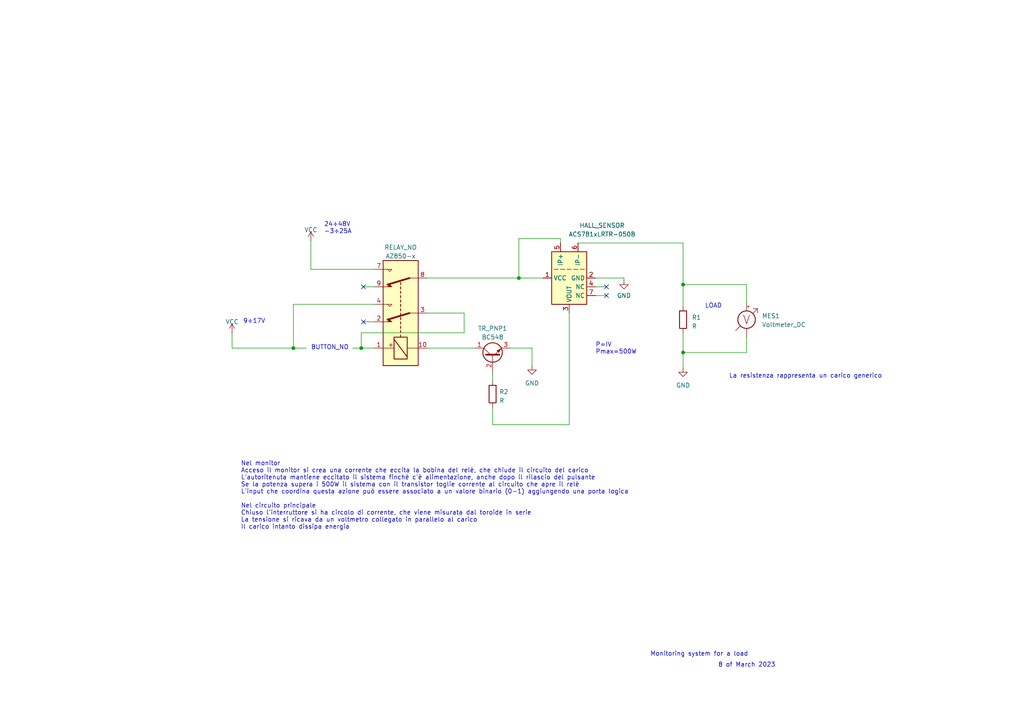
<source format=kicad_sch>
(kicad_sch (version 20230121) (generator eeschema)

  (uuid f4cfec76-d397-47bd-add6-821f88c09002)

  (paper "A4")

  (lib_symbols
    (symbol "Device:R" (pin_numbers hide) (pin_names (offset 0)) (in_bom yes) (on_board yes)
      (property "Reference" "R" (at 2.032 0 90)
        (effects (font (size 1.27 1.27)))
      )
      (property "Value" "R" (at 0 0 90)
        (effects (font (size 1.27 1.27)))
      )
      (property "Footprint" "" (at -1.778 0 90)
        (effects (font (size 1.27 1.27)) hide)
      )
      (property "Datasheet" "~" (at 0 0 0)
        (effects (font (size 1.27 1.27)) hide)
      )
      (property "ki_keywords" "R res resistor" (at 0 0 0)
        (effects (font (size 1.27 1.27)) hide)
      )
      (property "ki_description" "Resistor" (at 0 0 0)
        (effects (font (size 1.27 1.27)) hide)
      )
      (property "ki_fp_filters" "R_*" (at 0 0 0)
        (effects (font (size 1.27 1.27)) hide)
      )
      (symbol "R_0_1"
        (rectangle (start -1.016 -2.54) (end 1.016 2.54)
          (stroke (width 0.254) (type default))
          (fill (type none))
        )
      )
      (symbol "R_1_1"
        (pin passive line (at 0 3.81 270) (length 1.27)
          (name "~" (effects (font (size 1.27 1.27))))
          (number "1" (effects (font (size 1.27 1.27))))
        )
        (pin passive line (at 0 -3.81 90) (length 1.27)
          (name "~" (effects (font (size 1.27 1.27))))
          (number "2" (effects (font (size 1.27 1.27))))
        )
      )
    )
    (symbol "Device:Voltmeter_DC" (pin_numbers hide) (pin_names (offset 0.0254) hide) (in_bom yes) (on_board yes)
      (property "Reference" "MES" (at -3.302 1.016 0)
        (effects (font (size 1.27 1.27)) (justify right))
      )
      (property "Value" "Voltmeter_DC" (at -3.302 -0.762 0)
        (effects (font (size 1.27 1.27)) (justify right))
      )
      (property "Footprint" "" (at 0 2.54 90)
        (effects (font (size 1.27 1.27)) hide)
      )
      (property "Datasheet" "~" (at 0 2.54 90)
        (effects (font (size 1.27 1.27)) hide)
      )
      (property "ki_keywords" "voltmeter DC" (at 0 0 0)
        (effects (font (size 1.27 1.27)) hide)
      )
      (property "ki_description" "DC voltmeter" (at 0 0 0)
        (effects (font (size 1.27 1.27)) hide)
      )
      (symbol "Voltmeter_DC_0_0"
        (polyline
          (pts
            (xy -3.175 -3.175)
            (xy -1.905 -1.905)
          )
          (stroke (width 0) (type default))
          (fill (type none))
        )
        (polyline
          (pts
            (xy 1.905 1.905)
            (xy 3.175 3.175)
          )
          (stroke (width 0) (type default))
          (fill (type none))
        )
        (polyline
          (pts
            (xy 1.905 3.175)
            (xy 3.175 3.175)
            (xy 3.175 1.905)
          )
          (stroke (width 0) (type default))
          (fill (type none))
        )
        (text "V" (at 0 0 0)
          (effects (font (size 2.54 2.54)))
        )
      )
      (symbol "Voltmeter_DC_0_1"
        (polyline
          (pts
            (xy 0.254 3.81)
            (xy 0.762 3.81)
          )
          (stroke (width 0) (type default))
          (fill (type none))
        )
        (polyline
          (pts
            (xy 0.508 4.064)
            (xy 0.508 3.556)
          )
          (stroke (width 0) (type default))
          (fill (type none))
        )
        (circle (center 0 0) (radius 2.54)
          (stroke (width 0.254) (type default))
          (fill (type none))
        )
      )
      (symbol "Voltmeter_DC_1_1"
        (pin passive line (at 0 -5.08 90) (length 2.54)
          (name "-" (effects (font (size 1.27 1.27))))
          (number "1" (effects (font (size 1.27 1.27))))
        )
        (pin passive line (at 0 5.08 270) (length 2.54)
          (name "+" (effects (font (size 1.27 1.27))))
          (number "2" (effects (font (size 1.27 1.27))))
        )
      )
    )
    (symbol "Relay:AZ850-x" (in_bom yes) (on_board yes)
      (property "Reference" "K" (at 16.51 3.81 0)
        (effects (font (size 1.27 1.27)) (justify left))
      )
      (property "Value" "AZ850-x" (at 16.51 1.27 0)
        (effects (font (size 1.27 1.27)) (justify left))
      )
      (property "Footprint" "Relay_THT:Relay_DPDT_FRT5" (at 13.97 1.27 0)
        (effects (font (size 1.27 1.27)) hide)
      )
      (property "Datasheet" "http://www.azettler.com/pdfs/az850.pdf" (at 0 0 0)
        (effects (font (size 1.27 1.27)) hide)
      )
      (property "ki_keywords" "Miniature Polarised Relay Dual Pole" (at 0 0 0)
        (effects (font (size 1.27 1.27)) hide)
      )
      (property "ki_description" "American Zettler, Microminiature Polarised Dual Pole Relay" (at 0 0 0)
        (effects (font (size 1.27 1.27)) hide)
      )
      (property "ki_fp_filters" "Relay*DPDT*FRT5*" (at 0 0 0)
        (effects (font (size 1.27 1.27)) hide)
      )
      (symbol "AZ850-x_0_0"
        (text "+" (at -9.271 2.921 0)
          (effects (font (size 1.27 1.27)))
        )
      )
      (symbol "AZ850-x_0_1"
        (rectangle (start -15.24 5.08) (end 15.24 -5.08)
          (stroke (width 0.254) (type default))
          (fill (type background))
        )
        (rectangle (start -13.335 1.905) (end -6.985 -1.905)
          (stroke (width 0.254) (type default))
          (fill (type none))
        )
        (polyline
          (pts
            (xy -12.7 -1.905)
            (xy -7.62 1.905)
          )
          (stroke (width 0.254) (type default))
          (fill (type none))
        )
        (polyline
          (pts
            (xy -10.16 -5.08)
            (xy -10.16 -1.905)
          )
          (stroke (width 0) (type default))
          (fill (type none))
        )
        (polyline
          (pts
            (xy -10.16 5.08)
            (xy -10.16 1.905)
          )
          (stroke (width 0) (type default))
          (fill (type none))
        )
        (polyline
          (pts
            (xy -6.985 0)
            (xy -6.35 0)
          )
          (stroke (width 0.254) (type default))
          (fill (type none))
        )
        (polyline
          (pts
            (xy -5.715 0)
            (xy -5.08 0)
          )
          (stroke (width 0.254) (type default))
          (fill (type none))
        )
        (polyline
          (pts
            (xy -4.445 0)
            (xy -3.81 0)
          )
          (stroke (width 0.254) (type default))
          (fill (type none))
        )
        (polyline
          (pts
            (xy -3.175 0)
            (xy -2.54 0)
          )
          (stroke (width 0.254) (type default))
          (fill (type none))
        )
        (polyline
          (pts
            (xy -1.905 0)
            (xy -1.27 0)
          )
          (stroke (width 0.254) (type default))
          (fill (type none))
        )
        (polyline
          (pts
            (xy -0.635 0)
            (xy 0 0)
          )
          (stroke (width 0.254) (type default))
          (fill (type none))
        )
        (polyline
          (pts
            (xy 0 -2.54)
            (xy -1.905 3.81)
          )
          (stroke (width 0.508) (type default))
          (fill (type none))
        )
        (polyline
          (pts
            (xy 0 -2.54)
            (xy 0 -5.08)
          )
          (stroke (width 0) (type default))
          (fill (type none))
        )
        (polyline
          (pts
            (xy 0.635 0)
            (xy 1.27 0)
          )
          (stroke (width 0.254) (type default))
          (fill (type none))
        )
        (polyline
          (pts
            (xy 1.905 0)
            (xy 2.54 0)
          )
          (stroke (width 0.254) (type default))
          (fill (type none))
        )
        (polyline
          (pts
            (xy 3.175 0)
            (xy 3.81 0)
          )
          (stroke (width 0.254) (type default))
          (fill (type none))
        )
        (polyline
          (pts
            (xy 4.445 0)
            (xy 5.08 0)
          )
          (stroke (width 0.254) (type default))
          (fill (type none))
        )
        (polyline
          (pts
            (xy 5.715 0)
            (xy 6.35 0)
          )
          (stroke (width 0.254) (type default))
          (fill (type none))
        )
        (polyline
          (pts
            (xy 6.985 0)
            (xy 7.62 0)
          )
          (stroke (width 0.254) (type default))
          (fill (type none))
        )
        (polyline
          (pts
            (xy 8.255 0)
            (xy 8.89 0)
          )
          (stroke (width 0.254) (type default))
          (fill (type none))
        )
        (polyline
          (pts
            (xy 10.16 -2.54)
            (xy 8.255 3.81)
          )
          (stroke (width 0.508) (type default))
          (fill (type none))
        )
        (polyline
          (pts
            (xy 10.16 -2.54)
            (xy 10.16 -5.08)
          )
          (stroke (width 0) (type default))
          (fill (type none))
        )
        (polyline
          (pts
            (xy -2.54 5.08)
            (xy -2.54 2.54)
            (xy -1.905 3.175)
            (xy -2.54 3.81)
          )
          (stroke (width 0) (type default))
          (fill (type outline))
        )
        (polyline
          (pts
            (xy 2.54 5.08)
            (xy 2.54 2.54)
            (xy 1.905 3.175)
            (xy 2.54 3.81)
          )
          (stroke (width 0) (type default))
          (fill (type none))
        )
        (polyline
          (pts
            (xy 7.62 5.08)
            (xy 7.62 2.54)
            (xy 8.255 3.175)
            (xy 7.62 3.81)
          )
          (stroke (width 0) (type default))
          (fill (type outline))
        )
        (polyline
          (pts
            (xy 12.7 5.08)
            (xy 12.7 2.54)
            (xy 12.065 3.175)
            (xy 12.7 3.81)
          )
          (stroke (width 0) (type default))
          (fill (type none))
        )
      )
      (symbol "AZ850-x_1_1"
        (pin passive line (at -10.16 7.62 270) (length 2.54)
          (name "~" (effects (font (size 1.27 1.27))))
          (number "1" (effects (font (size 1.27 1.27))))
        )
        (pin passive line (at -10.16 -7.62 90) (length 2.54)
          (name "~" (effects (font (size 1.27 1.27))))
          (number "10" (effects (font (size 1.27 1.27))))
        )
        (pin passive line (at -2.54 7.62 270) (length 2.54)
          (name "~" (effects (font (size 1.27 1.27))))
          (number "2" (effects (font (size 1.27 1.27))))
        )
        (pin passive line (at 0 -7.62 90) (length 2.54)
          (name "~" (effects (font (size 1.27 1.27))))
          (number "3" (effects (font (size 1.27 1.27))))
        )
        (pin passive line (at 2.54 7.62 270) (length 2.54)
          (name "~" (effects (font (size 1.27 1.27))))
          (number "4" (effects (font (size 1.27 1.27))))
        )
        (pin passive line (at 12.7 7.62 270) (length 2.54)
          (name "~" (effects (font (size 1.27 1.27))))
          (number "7" (effects (font (size 1.27 1.27))))
        )
        (pin passive line (at 10.16 -7.62 90) (length 2.54)
          (name "~" (effects (font (size 1.27 1.27))))
          (number "8" (effects (font (size 1.27 1.27))))
        )
        (pin passive line (at 7.62 7.62 270) (length 2.54)
          (name "~" (effects (font (size 1.27 1.27))))
          (number "9" (effects (font (size 1.27 1.27))))
        )
      )
    )
    (symbol "Sensor_Current:ACS781xLRTR-050B" (in_bom yes) (on_board yes)
      (property "Reference" "U" (at -7.62 6.35 0)
        (effects (font (size 1.27 1.27)) (justify left))
      )
      (property "Value" "ACS781xLRTR-050B" (at 2.54 6.35 0)
        (effects (font (size 1.27 1.27)) (justify left))
      )
      (property "Footprint" "Sensor_Current:Allegro_PSOF-7_4.8x6.4mm_P1.60mm" (at 0 0 0)
        (effects (font (size 1.27 1.27)) hide)
      )
      (property "Datasheet" "http://www.allegromicro.com/~/media/Files/Datasheets/ACS780-Datasheet.ashx?la=en" (at 0 0 0)
        (effects (font (size 1.27 1.27)) hide)
      )
      (property "ki_keywords" "hall effect current monitor sensor isolated" (at 0 0 0)
        (effects (font (size 1.27 1.27)) hide)
      )
      (property "ki_description" "±50A Bidirectional Hall-Effect Current Sensor, +3.3V supply, 26.4mV/A, PSOF-7" (at 0 0 0)
        (effects (font (size 1.27 1.27)) hide)
      )
      (property "ki_fp_filters" "Allegro*PSOF*4.8x6.4mm*P1.60mm*" (at 0 0 0)
        (effects (font (size 1.27 1.27)) hide)
      )
      (symbol "ACS781xLRTR-050B_0_1"
        (rectangle (start -7.62 5.08) (end 7.62 -5.08)
          (stroke (width 0.254) (type default))
          (fill (type background))
        )
        (polyline
          (pts
            (xy -2.54 -3.175)
            (xy -2.54 -4.445)
          )
          (stroke (width 0) (type default))
          (fill (type none))
        )
        (polyline
          (pts
            (xy -2.54 -1.27)
            (xy -2.54 -2.54)
          )
          (stroke (width 0) (type default))
          (fill (type none))
        )
        (polyline
          (pts
            (xy -2.54 0.635)
            (xy -2.54 -0.635)
          )
          (stroke (width 0) (type default))
          (fill (type none))
        )
        (polyline
          (pts
            (xy -2.54 1.27)
            (xy -2.54 2.54)
          )
          (stroke (width 0) (type default))
          (fill (type none))
        )
        (polyline
          (pts
            (xy -2.54 3.175)
            (xy -2.54 4.445)
          )
          (stroke (width 0) (type default))
          (fill (type none))
        )
      )
      (symbol "ACS781xLRTR-050B_1_1"
        (pin power_in line (at 0 7.62 270) (length 2.54)
          (name "VCC" (effects (font (size 1.27 1.27))))
          (number "1" (effects (font (size 1.27 1.27))))
        )
        (pin power_in line (at 0 -7.62 90) (length 2.54)
          (name "GND" (effects (font (size 1.27 1.27))))
          (number "2" (effects (font (size 1.27 1.27))))
        )
        (pin output line (at 10.16 0 180) (length 2.54)
          (name "VOUT" (effects (font (size 1.27 1.27))))
          (number "3" (effects (font (size 1.27 1.27))))
        )
        (pin passive line (at 2.54 -7.62 90) (length 2.54)
          (name "NC" (effects (font (size 1.27 1.27))))
          (number "4" (effects (font (size 1.27 1.27))))
        )
        (pin passive line (at -10.16 2.54 0) (length 2.54)
          (name "IP+" (effects (font (size 1.27 1.27))))
          (number "5" (effects (font (size 1.27 1.27))))
        )
        (pin passive line (at -10.16 -2.54 0) (length 2.54)
          (name "IP-" (effects (font (size 1.27 1.27))))
          (number "6" (effects (font (size 1.27 1.27))))
        )
        (pin passive line (at 5.08 -7.62 90) (length 2.54)
          (name "NC" (effects (font (size 1.27 1.27))))
          (number "7" (effects (font (size 1.27 1.27))))
        )
      )
    )
    (symbol "Transistor_BJT:BC548" (pin_names (offset 0) hide) (in_bom yes) (on_board yes)
      (property "Reference" "Q" (at 5.08 1.905 0)
        (effects (font (size 1.27 1.27)) (justify left))
      )
      (property "Value" "BC548" (at 5.08 0 0)
        (effects (font (size 1.27 1.27)) (justify left))
      )
      (property "Footprint" "Package_TO_SOT_THT:TO-92_Inline" (at 5.08 -1.905 0)
        (effects (font (size 1.27 1.27) italic) (justify left) hide)
      )
      (property "Datasheet" "https://www.onsemi.com/pub/Collateral/BC550-D.pdf" (at 0 0 0)
        (effects (font (size 1.27 1.27)) (justify left) hide)
      )
      (property "ki_keywords" "NPN Transistor" (at 0 0 0)
        (effects (font (size 1.27 1.27)) hide)
      )
      (property "ki_description" "0.1A Ic, 30V Vce, Small Signal NPN Transistor, TO-92" (at 0 0 0)
        (effects (font (size 1.27 1.27)) hide)
      )
      (property "ki_fp_filters" "TO?92*" (at 0 0 0)
        (effects (font (size 1.27 1.27)) hide)
      )
      (symbol "BC548_0_1"
        (polyline
          (pts
            (xy 0 0)
            (xy 0.635 0)
          )
          (stroke (width 0) (type default))
          (fill (type none))
        )
        (polyline
          (pts
            (xy 0.635 0.635)
            (xy 2.54 2.54)
          )
          (stroke (width 0) (type default))
          (fill (type none))
        )
        (polyline
          (pts
            (xy 0.635 -0.635)
            (xy 2.54 -2.54)
            (xy 2.54 -2.54)
          )
          (stroke (width 0) (type default))
          (fill (type none))
        )
        (polyline
          (pts
            (xy 0.635 1.905)
            (xy 0.635 -1.905)
            (xy 0.635 -1.905)
          )
          (stroke (width 0.508) (type default))
          (fill (type none))
        )
        (polyline
          (pts
            (xy 1.27 -1.778)
            (xy 1.778 -1.27)
            (xy 2.286 -2.286)
            (xy 1.27 -1.778)
            (xy 1.27 -1.778)
          )
          (stroke (width 0) (type default))
          (fill (type outline))
        )
        (circle (center 1.27 0) (radius 2.8194)
          (stroke (width 0.254) (type default))
          (fill (type none))
        )
      )
      (symbol "BC548_1_1"
        (pin passive line (at 2.54 5.08 270) (length 2.54)
          (name "C" (effects (font (size 1.27 1.27))))
          (number "1" (effects (font (size 1.27 1.27))))
        )
        (pin input line (at -5.08 0 0) (length 5.08)
          (name "B" (effects (font (size 1.27 1.27))))
          (number "2" (effects (font (size 1.27 1.27))))
        )
        (pin passive line (at 2.54 -5.08 90) (length 2.54)
          (name "E" (effects (font (size 1.27 1.27))))
          (number "3" (effects (font (size 1.27 1.27))))
        )
      )
    )
    (symbol "power:GND" (power) (pin_names (offset 0)) (in_bom yes) (on_board yes)
      (property "Reference" "#PWR" (at 0 -6.35 0)
        (effects (font (size 1.27 1.27)) hide)
      )
      (property "Value" "GND" (at 0 -3.81 0)
        (effects (font (size 1.27 1.27)))
      )
      (property "Footprint" "" (at 0 0 0)
        (effects (font (size 1.27 1.27)) hide)
      )
      (property "Datasheet" "" (at 0 0 0)
        (effects (font (size 1.27 1.27)) hide)
      )
      (property "ki_keywords" "global power" (at 0 0 0)
        (effects (font (size 1.27 1.27)) hide)
      )
      (property "ki_description" "Power symbol creates a global label with name \"GND\" , ground" (at 0 0 0)
        (effects (font (size 1.27 1.27)) hide)
      )
      (symbol "GND_0_1"
        (polyline
          (pts
            (xy 0 0)
            (xy 0 -1.27)
            (xy 1.27 -1.27)
            (xy 0 -2.54)
            (xy -1.27 -1.27)
            (xy 0 -1.27)
          )
          (stroke (width 0) (type default))
          (fill (type none))
        )
      )
      (symbol "GND_1_1"
        (pin power_in line (at 0 0 270) (length 0) hide
          (name "GND" (effects (font (size 1.27 1.27))))
          (number "1" (effects (font (size 1.27 1.27))))
        )
      )
    )
    (symbol "power:VCC" (power) (pin_names (offset 0)) (in_bom yes) (on_board yes)
      (property "Reference" "#PWR" (at 0 -3.81 0)
        (effects (font (size 1.27 1.27)) hide)
      )
      (property "Value" "VCC" (at 0 3.81 0)
        (effects (font (size 1.27 1.27)))
      )
      (property "Footprint" "" (at 0 0 0)
        (effects (font (size 1.27 1.27)) hide)
      )
      (property "Datasheet" "" (at 0 0 0)
        (effects (font (size 1.27 1.27)) hide)
      )
      (property "ki_keywords" "global power" (at 0 0 0)
        (effects (font (size 1.27 1.27)) hide)
      )
      (property "ki_description" "Power symbol creates a global label with name \"VCC\"" (at 0 0 0)
        (effects (font (size 1.27 1.27)) hide)
      )
      (symbol "VCC_0_1"
        (polyline
          (pts
            (xy -0.762 1.27)
            (xy 0 2.54)
          )
          (stroke (width 0) (type default))
          (fill (type none))
        )
        (polyline
          (pts
            (xy 0 0)
            (xy 0 2.54)
          )
          (stroke (width 0) (type default))
          (fill (type none))
        )
        (polyline
          (pts
            (xy 0 2.54)
            (xy 0.762 1.27)
          )
          (stroke (width 0) (type default))
          (fill (type none))
        )
      )
      (symbol "VCC_1_1"
        (pin power_in line (at 0 0 90) (length 0) hide
          (name "VCC" (effects (font (size 1.27 1.27))))
          (number "1" (effects (font (size 1.27 1.27))))
        )
      )
    )
  )

  (junction (at 104.775 100.965) (diameter 0) (color 0 0 0 0)
    (uuid 3f9b0cb1-4698-4568-b18c-eb9c0309ff8e)
  )
  (junction (at 198.12 82.55) (diameter 0) (color 0 0 0 0)
    (uuid 637ad507-3f0d-45de-97f8-feab804b0f50)
  )
  (junction (at 85.09 100.965) (diameter 0) (color 0 0 0 0)
    (uuid 89b62592-874a-4196-8cab-a90bf852062c)
  )
  (junction (at 150.495 80.645) (diameter 0) (color 0 0 0 0)
    (uuid ca3ec0b9-928d-476c-8528-f701728eb7bf)
  )
  (junction (at 198.12 102.235) (diameter 0) (color 0 0 0 0)
    (uuid dd5cb674-20be-47e6-b3bd-5050af2b76ef)
  )

  (no_connect (at 105.41 83.185) (uuid 4fcc3721-8fb9-47c8-a777-c3431750238f))
  (no_connect (at 175.895 85.725) (uuid 59744c14-8bb8-4378-bd34-29c0f856c492))
  (no_connect (at 175.895 83.185) (uuid 78244a9b-bfc8-4159-b4e4-f057b5cfea8a))
  (no_connect (at 105.41 93.345) (uuid dbc57ff5-8db6-46e0-a1fe-fa1543ee1c88))

  (wire (pts (xy 150.495 69.215) (xy 162.56 69.215))
    (stroke (width 0) (type default))
    (uuid 0573503c-3834-4a24-9a79-4d29150a8e3d)
  )
  (wire (pts (xy 90.17 78.105) (xy 108.585 78.105))
    (stroke (width 0) (type default))
    (uuid 0d0a5c41-7970-434d-8d86-24ac21084c24)
  )
  (wire (pts (xy 104.775 100.965) (xy 108.585 100.965))
    (stroke (width 0) (type default))
    (uuid 16fddf3d-31e1-4917-9053-8c526495bc92)
  )
  (wire (pts (xy 167.64 70.485) (xy 198.12 70.485))
    (stroke (width 0) (type default))
    (uuid 17043857-5f65-446d-be64-503a6e3d5e15)
  )
  (wire (pts (xy 67.31 96.52) (xy 67.31 100.965))
    (stroke (width 0) (type default))
    (uuid 29db05bb-ac0b-4c81-b5fa-72f64a69ce8f)
  )
  (wire (pts (xy 154.305 100.965) (xy 154.305 106.045))
    (stroke (width 0) (type default))
    (uuid 2c7e37fd-e77c-445a-b97b-c3ae33b19ea9)
  )
  (wire (pts (xy 150.495 69.215) (xy 150.495 80.645))
    (stroke (width 0) (type default))
    (uuid 303258c9-f7c5-41d3-829b-aba2e8bfcbd6)
  )
  (wire (pts (xy 123.825 100.965) (xy 137.795 100.965))
    (stroke (width 0) (type default))
    (uuid 31e9d092-e8c2-4b92-a771-58b4ec5dfedf)
  )
  (wire (pts (xy 198.12 82.55) (xy 198.12 88.9))
    (stroke (width 0) (type default))
    (uuid 37eac715-9c0b-4c46-99a0-f5ad41a838f1)
  )
  (wire (pts (xy 123.825 80.645) (xy 150.495 80.645))
    (stroke (width 0) (type default))
    (uuid 3994b2fe-791e-4628-adb6-304093299327)
  )
  (wire (pts (xy 142.875 108.585) (xy 142.875 110.49))
    (stroke (width 0) (type default))
    (uuid 399ed46c-ef7d-43ad-ad98-59ce49bac655)
  )
  (wire (pts (xy 198.12 96.52) (xy 198.12 102.235))
    (stroke (width 0) (type default))
    (uuid 3b30206b-e171-4fc2-b3a6-4ee9e5ae317c)
  )
  (wire (pts (xy 165.1 123.19) (xy 142.875 123.19))
    (stroke (width 0) (type default))
    (uuid 3fdf5f38-9c2f-4e93-9359-df3cdb014401)
  )
  (wire (pts (xy 172.72 83.185) (xy 175.895 83.185))
    (stroke (width 0) (type default))
    (uuid 4c37841a-9eda-49a8-855c-ee46d2a031f8)
  )
  (wire (pts (xy 165.1 90.805) (xy 165.1 123.19))
    (stroke (width 0) (type default))
    (uuid 550afa70-1526-4391-ab26-a94f78399dff)
  )
  (wire (pts (xy 123.825 90.805) (xy 134.62 90.805))
    (stroke (width 0) (type default))
    (uuid 5be644c2-e23a-4958-9b4c-bbe16755fa00)
  )
  (wire (pts (xy 157.48 80.645) (xy 150.495 80.645))
    (stroke (width 0) (type default))
    (uuid 5d415eda-afce-42c7-8b8c-ac2a31a6b3bd)
  )
  (wire (pts (xy 67.31 100.965) (xy 85.09 100.965))
    (stroke (width 0) (type default))
    (uuid 5eb2f67d-2983-4c0d-bc23-81f1af6c8081)
  )
  (wire (pts (xy 142.875 118.11) (xy 142.875 123.19))
    (stroke (width 0) (type default))
    (uuid 636140ff-baef-4b5f-aac7-5f49a7d96e4c)
  )
  (wire (pts (xy 105.41 93.345) (xy 108.585 93.345))
    (stroke (width 0) (type default))
    (uuid 653ffd3b-ce83-45c8-9c37-3cad938328f4)
  )
  (wire (pts (xy 102.235 100.965) (xy 104.775 100.965))
    (stroke (width 0) (type default))
    (uuid 692c3214-f21e-405e-8d3f-bc4b6ae6b366)
  )
  (wire (pts (xy 216.535 97.79) (xy 216.535 102.235))
    (stroke (width 0) (type default))
    (uuid 69869272-7c8e-49f2-9aec-302a22e519c5)
  )
  (wire (pts (xy 134.62 96.52) (xy 104.775 96.52))
    (stroke (width 0) (type default))
    (uuid 729a40fa-f771-472e-973a-df6e49ef45a5)
  )
  (wire (pts (xy 198.12 70.485) (xy 198.12 82.55))
    (stroke (width 0) (type default))
    (uuid 74e5db30-99e0-44f4-b1f0-959fa6f68c83)
  )
  (wire (pts (xy 90.17 69.85) (xy 90.17 78.105))
    (stroke (width 0) (type default))
    (uuid 8420a9fd-b914-4b24-93ce-d515f3c43e59)
  )
  (wire (pts (xy 172.72 85.725) (xy 175.895 85.725))
    (stroke (width 0) (type default))
    (uuid 97cbbbd5-f750-4162-9473-4c27fac98e14)
  )
  (wire (pts (xy 180.975 80.645) (xy 172.72 80.645))
    (stroke (width 0) (type default))
    (uuid a5eadc3c-1852-4bf7-b127-bbacb105d922)
  )
  (wire (pts (xy 180.975 81.28) (xy 180.975 80.645))
    (stroke (width 0) (type default))
    (uuid a8ed9883-eb49-4758-a652-698813609755)
  )
  (wire (pts (xy 104.775 96.52) (xy 104.775 100.965))
    (stroke (width 0) (type default))
    (uuid ad85b45b-a4a0-441f-a430-d2199168f673)
  )
  (wire (pts (xy 134.62 90.805) (xy 134.62 96.52))
    (stroke (width 0) (type default))
    (uuid c2edef88-121f-4228-827b-c9e6aab9a93e)
  )
  (wire (pts (xy 85.09 100.965) (xy 88.9 100.965))
    (stroke (width 0) (type default))
    (uuid c7896253-5925-4894-813f-c9f1a81cd471)
  )
  (wire (pts (xy 147.955 100.965) (xy 154.305 100.965))
    (stroke (width 0) (type default))
    (uuid cff0fa6a-10cd-4e0e-aea5-4e5e3746e55f)
  )
  (wire (pts (xy 216.535 82.55) (xy 216.535 87.63))
    (stroke (width 0) (type default))
    (uuid d259add4-c546-42d3-8e74-44967d9a4177)
  )
  (wire (pts (xy 162.56 69.215) (xy 162.56 70.485))
    (stroke (width 0) (type default))
    (uuid d3a75dc7-59f2-4400-aa41-ef6672995fb1)
  )
  (wire (pts (xy 108.585 83.185) (xy 105.41 83.185))
    (stroke (width 0) (type default))
    (uuid d6a849a3-9931-425e-a5fe-33372b152a1e)
  )
  (wire (pts (xy 198.12 102.235) (xy 198.12 106.68))
    (stroke (width 0) (type default))
    (uuid ddd65b4c-66f8-4c40-94a8-1e19ee6b95f3)
  )
  (wire (pts (xy 216.535 102.235) (xy 198.12 102.235))
    (stroke (width 0) (type default))
    (uuid e8cf1897-0afa-41fe-a269-3b99eb79e9e5)
  )
  (wire (pts (xy 198.12 82.55) (xy 216.535 82.55))
    (stroke (width 0) (type default))
    (uuid e90bc381-8b8a-4ccd-98b9-6f44ce2ba0c0)
  )
  (wire (pts (xy 85.09 88.265) (xy 108.585 88.265))
    (stroke (width 0) (type default))
    (uuid f9497641-211e-4f12-92d0-6f69c3e2c453)
  )
  (wire (pts (xy 85.09 88.265) (xy 85.09 100.965))
    (stroke (width 0) (type default))
    (uuid fa9fa218-521c-401e-b13d-6a3727596b4a)
  )

  (text "LOAD" (at 204.47 89.535 0)
    (effects (font (size 1.27 1.27)) (justify left bottom))
    (uuid 02d39dfc-a691-4709-b6e3-a689dfd9d066)
  )
  (text "24÷48V\n-3÷25A" (at 93.98 67.945 0)
    (effects (font (size 1.27 1.27)) (justify left bottom))
    (uuid 2d8548f0-b133-4cf4-8e2c-db9ddb7ceb4f)
  )
  (text "Nel monitor\nAcceso il monitor si crea una corrente che eccita la bobina del relè, che chiude il circuito del carico\nL'autoritenuta mantiene eccitato il sistema finchè c'è alimentazione, anche dopo il rilascio del pulsante\nSe la potenza supera i 500W il sistema con il transistor toglie corrente al circuito che apre il relè\nL'input che coordina questa azione può essere associato a un valore binario (0-1) aggiungendo una porta logica\n\nNel circuito principale\nChiuso l'interruttore si ha circolo di corrente, che viene misurata dal toroide in serie\nLa tensione si ricava da un voltmetro collegato in parallelo al carico\nIl carico intanto dissipa energia "
    (at 69.85 153.67 0)
    (effects (font (size 1.27 1.27)) (justify left bottom))
    (uuid 3747ae66-13e0-4096-9295-cdbcb20424a6)
  )
  (text "8 of March 2023" (at 208.28 193.675 0)
    (effects (font (size 1.27 1.27)) (justify left bottom))
    (uuid 4d846a32-4ce7-42b2-8ec8-5a5750bd26aa)
  )
  (text "9÷17V" (at 70.485 93.98 0)
    (effects (font (size 1.27 1.27)) (justify left bottom))
    (uuid b25e7c25-9e0b-4882-a60e-8b4228b37fc2)
  )
  (text "Monitoring system for a load" (at 188.595 190.5 0)
    (effects (font (size 1.27 1.27)) (justify left bottom))
    (uuid cd159adc-7b7d-4fc3-97f8-1a5b53a957ae)
  )
  (text "BUTTON_NO" (at 90.17 101.6 0)
    (effects (font (size 1.27 1.27)) (justify left bottom))
    (uuid fd45e32d-d600-4c19-8bdb-25e8032f1cbc)
  )
  (text "La resistenza rappresenta un carico generico" (at 211.455 109.855 0)
    (effects (font (size 1.27 1.27)) (justify left bottom))
    (uuid ff5a4ba5-414a-487a-a1d6-f21968291ff7)
  )
  (text "P=IV\nPmax=500W" (at 172.72 102.87 0)
    (effects (font (size 1.27 1.27)) (justify left bottom))
    (uuid ff7c24b6-b033-4486-bef5-a3e2cacebed5)
  )

  (symbol (lib_id "power:GND") (at 180.975 81.28 0) (unit 1)
    (in_bom yes) (on_board yes) (dnp no) (fields_autoplaced)
    (uuid 0370d332-544a-4ef4-b545-82d12d7daf31)
    (property "Reference" "#PWR03" (at 180.975 87.63 0)
      (effects (font (size 1.27 1.27)) hide)
    )
    (property "Value" "GND" (at 180.975 85.725 0)
      (effects (font (size 1.27 1.27)))
    )
    (property "Footprint" "" (at 180.975 81.28 0)
      (effects (font (size 1.27 1.27)) hide)
    )
    (property "Datasheet" "" (at 180.975 81.28 0)
      (effects (font (size 1.27 1.27)) hide)
    )
    (pin "1" (uuid c8be7a18-b35c-4885-b9c2-06d2bc54d5aa))
    (instances
      (project "Assignment"
        (path "/f4cfec76-d397-47bd-add6-821f88c09002"
          (reference "#PWR03") (unit 1)
        )
      )
    )
  )

  (symbol (lib_id "power:VCC") (at 67.31 96.52 0) (unit 1)
    (in_bom yes) (on_board yes) (dnp no)
    (uuid 0a1828db-a31c-4560-ae5d-ea5945703e62)
    (property "Reference" "#PWR02" (at 67.31 100.33 0)
      (effects (font (size 1.27 1.27)) hide)
    )
    (property "Value" "VCC" (at 67.31 93.345 0)
      (effects (font (size 1.27 1.27)))
    )
    (property "Footprint" "" (at 67.31 96.52 0)
      (effects (font (size 1.27 1.27)) hide)
    )
    (property "Datasheet" "" (at 67.31 96.52 0)
      (effects (font (size 1.27 1.27)) hide)
    )
    (pin "1" (uuid 1ed018b3-ce9f-4ed1-8564-df4c03b971cc))
    (instances
      (project "Assignment"
        (path "/f4cfec76-d397-47bd-add6-821f88c09002"
          (reference "#PWR02") (unit 1)
        )
      )
    )
  )

  (symbol (lib_id "power:VCC") (at 90.17 69.85 0) (unit 1)
    (in_bom yes) (on_board yes) (dnp no)
    (uuid 12df3652-47a8-4e73-bf3a-08b930483d1e)
    (property "Reference" "#PWR01" (at 90.17 73.66 0)
      (effects (font (size 1.27 1.27)) hide)
    )
    (property "Value" "VCC" (at 90.17 66.675 0)
      (effects (font (size 1.27 1.27)))
    )
    (property "Footprint" "" (at 90.17 69.85 0)
      (effects (font (size 1.27 1.27)) hide)
    )
    (property "Datasheet" "" (at 90.17 69.85 0)
      (effects (font (size 1.27 1.27)) hide)
    )
    (pin "1" (uuid 323b16fd-320f-4322-8d30-06d3eecc7060))
    (instances
      (project "Assignment"
        (path "/f4cfec76-d397-47bd-add6-821f88c09002"
          (reference "#PWR01") (unit 1)
        )
      )
    )
  )

  (symbol (lib_id "Device:R") (at 198.12 92.71 0) (unit 1)
    (in_bom yes) (on_board yes) (dnp no) (fields_autoplaced)
    (uuid 2b16dc6a-1ffc-4307-8d51-d90673637237)
    (property "Reference" "R1" (at 200.66 92.075 0)
      (effects (font (size 1.27 1.27)) (justify left))
    )
    (property "Value" "R" (at 200.66 94.615 0)
      (effects (font (size 1.27 1.27)) (justify left))
    )
    (property "Footprint" "" (at 196.342 92.71 90)
      (effects (font (size 1.27 1.27)) hide)
    )
    (property "Datasheet" "~" (at 198.12 92.71 0)
      (effects (font (size 1.27 1.27)) hide)
    )
    (pin "1" (uuid 2a8a89ea-abf9-4a24-8975-7b2910d48746))
    (pin "2" (uuid 185bce3e-f538-4ae2-99b9-f1e55265138b))
    (instances
      (project "Assignment"
        (path "/f4cfec76-d397-47bd-add6-821f88c09002"
          (reference "R1") (unit 1)
        )
      )
    )
  )

  (symbol (lib_id "Device:Voltmeter_DC") (at 216.535 92.71 0) (unit 1)
    (in_bom yes) (on_board yes) (dnp no) (fields_autoplaced)
    (uuid 2d284563-5ec4-48a1-887c-7ef86875fc0d)
    (property "Reference" "MES1" (at 220.98 91.6305 0)
      (effects (font (size 1.27 1.27)) (justify left))
    )
    (property "Value" "Voltmeter_DC" (at 220.98 94.1705 0)
      (effects (font (size 1.27 1.27)) (justify left))
    )
    (property "Footprint" "" (at 216.535 90.17 90)
      (effects (font (size 1.27 1.27)) hide)
    )
    (property "Datasheet" "~" (at 216.535 90.17 90)
      (effects (font (size 1.27 1.27)) hide)
    )
    (pin "1" (uuid 7c1ab9f0-ba39-420f-b0af-e9c84ccde5d1))
    (pin "2" (uuid 815a274c-cca6-4e2e-9fee-9709355458c9))
    (instances
      (project "Assignment"
        (path "/f4cfec76-d397-47bd-add6-821f88c09002"
          (reference "MES1") (unit 1)
        )
      )
    )
  )

  (symbol (lib_id "Relay:AZ850-x") (at 116.205 90.805 90) (unit 1)
    (in_bom yes) (on_board yes) (dnp no)
    (uuid 569baf87-41c9-46d8-8d26-aa815457e5f0)
    (property "Reference" "RELAY_NO" (at 116.205 71.755 90)
      (effects (font (size 1.27 1.27)))
    )
    (property "Value" "AZ850-x" (at 116.205 74.295 90)
      (effects (font (size 1.27 1.27)))
    )
    (property "Footprint" "Relay_THT:Relay_DPDT_FRT5" (at 114.935 76.835 0)
      (effects (font (size 1.27 1.27)) hide)
    )
    (property "Datasheet" "http://www.azettler.com/pdfs/az850.pdf" (at 116.205 90.805 0)
      (effects (font (size 1.27 1.27)) hide)
    )
    (pin "1" (uuid aedc2b97-bced-47bc-a9cf-6908810991fc))
    (pin "10" (uuid 09db3924-ea12-46f8-92d8-b456a148f7b6))
    (pin "2" (uuid a64ccfc4-5f0b-4da0-b91c-9cb5a61c7187))
    (pin "3" (uuid 8b4ebbf1-29bb-47e3-88f9-fa5375feb288))
    (pin "4" (uuid 9f7ff9a0-aae2-46b8-8b9b-8ae2dcd5f418))
    (pin "7" (uuid 79d98513-94e9-40f1-8bb8-91d17193c3fa))
    (pin "8" (uuid 73a408c9-d8e6-4f9e-b5c0-18a97bb14d3d))
    (pin "9" (uuid 15617e24-fd52-489a-bbba-8bab2e326c28))
    (instances
      (project "Assignment"
        (path "/f4cfec76-d397-47bd-add6-821f88c09002"
          (reference "RELAY_NO") (unit 1)
        )
      )
    )
  )

  (symbol (lib_id "Transistor_BJT:BC548") (at 142.875 103.505 90) (unit 1)
    (in_bom yes) (on_board yes) (dnp no) (fields_autoplaced)
    (uuid 6b1560f7-a044-4f32-a95a-c8de1481691a)
    (property "Reference" "TR_PNP1" (at 142.875 95.25 90)
      (effects (font (size 1.27 1.27)))
    )
    (property "Value" "BC548" (at 142.875 97.79 90)
      (effects (font (size 1.27 1.27)))
    )
    (property "Footprint" "Package_TO_SOT_THT:TO-92_Inline" (at 144.78 98.425 0)
      (effects (font (size 1.27 1.27) italic) (justify left) hide)
    )
    (property "Datasheet" "https://www.onsemi.com/pub/Collateral/BC550-D.pdf" (at 142.875 103.505 0)
      (effects (font (size 1.27 1.27)) (justify left) hide)
    )
    (pin "1" (uuid 2786ddc8-5005-49b3-bb91-c115f8eda3b1))
    (pin "2" (uuid 12834de6-561c-4b92-8a54-fb09cd04d6a6))
    (pin "3" (uuid 0146f9c4-3af4-4360-896e-b65b1dde7cd0))
    (instances
      (project "Assignment"
        (path "/f4cfec76-d397-47bd-add6-821f88c09002"
          (reference "TR_PNP1") (unit 1)
        )
      )
    )
  )

  (symbol (lib_id "power:GND") (at 154.305 106.045 0) (unit 1)
    (in_bom yes) (on_board yes) (dnp no) (fields_autoplaced)
    (uuid 9303a892-8843-496a-8526-9c627aa645da)
    (property "Reference" "#PWR05" (at 154.305 112.395 0)
      (effects (font (size 1.27 1.27)) hide)
    )
    (property "Value" "GND" (at 154.305 111.125 0)
      (effects (font (size 1.27 1.27)))
    )
    (property "Footprint" "" (at 154.305 106.045 0)
      (effects (font (size 1.27 1.27)) hide)
    )
    (property "Datasheet" "" (at 154.305 106.045 0)
      (effects (font (size 1.27 1.27)) hide)
    )
    (pin "1" (uuid a49499f8-a71c-48db-8a27-9f02036e0cb9))
    (instances
      (project "Assignment"
        (path "/f4cfec76-d397-47bd-add6-821f88c09002"
          (reference "#PWR05") (unit 1)
        )
      )
    )
  )

  (symbol (lib_id "power:GND") (at 198.12 106.68 0) (unit 1)
    (in_bom yes) (on_board yes) (dnp no) (fields_autoplaced)
    (uuid b330c929-404e-43e3-9d66-2642861078bd)
    (property "Reference" "#PWR06" (at 198.12 113.03 0)
      (effects (font (size 1.27 1.27)) hide)
    )
    (property "Value" "GND" (at 198.12 111.76 0)
      (effects (font (size 1.27 1.27)))
    )
    (property "Footprint" "" (at 198.12 106.68 0)
      (effects (font (size 1.27 1.27)) hide)
    )
    (property "Datasheet" "" (at 198.12 106.68 0)
      (effects (font (size 1.27 1.27)) hide)
    )
    (pin "1" (uuid 392abc2e-5bd2-416b-be60-c01841316833))
    (instances
      (project "Assignment"
        (path "/f4cfec76-d397-47bd-add6-821f88c09002"
          (reference "#PWR06") (unit 1)
        )
      )
    )
  )

  (symbol (lib_id "Device:R") (at 142.875 114.3 0) (unit 1)
    (in_bom yes) (on_board yes) (dnp no) (fields_autoplaced)
    (uuid d97888c0-13e6-4247-a337-c76f4cfd6dfe)
    (property "Reference" "R2" (at 144.78 113.665 0)
      (effects (font (size 1.27 1.27)) (justify left))
    )
    (property "Value" "R" (at 144.78 116.205 0)
      (effects (font (size 1.27 1.27)) (justify left))
    )
    (property "Footprint" "" (at 141.097 114.3 90)
      (effects (font (size 1.27 1.27)) hide)
    )
    (property "Datasheet" "~" (at 142.875 114.3 0)
      (effects (font (size 1.27 1.27)) hide)
    )
    (pin "1" (uuid 2426caf8-5dca-4442-905c-09b1c2454867))
    (pin "2" (uuid 3339c762-d667-4b91-8fe6-c23ec0947893))
    (instances
      (project "Assignment"
        (path "/f4cfec76-d397-47bd-add6-821f88c09002"
          (reference "R2") (unit 1)
        )
      )
    )
  )

  (symbol (lib_id "Sensor_Current:ACS781xLRTR-050B") (at 165.1 80.645 90) (mirror x) (unit 1)
    (in_bom yes) (on_board yes) (dnp no)
    (uuid e3790aba-1035-4a1b-95da-e329920bdcd6)
    (property "Reference" "HALL_SENSOR" (at 174.625 65.405 90)
      (effects (font (size 1.27 1.27)))
    )
    (property "Value" "ACS781xLRTR-050B" (at 174.625 67.945 90)
      (effects (font (size 1.27 1.27)))
    )
    (property "Footprint" "Sensor_Current:Allegro_PSOF-7_4.8x6.4mm_P1.60mm" (at 165.1 80.645 0)
      (effects (font (size 1.27 1.27)) hide)
    )
    (property "Datasheet" "http://www.allegromicro.com/~/media/Files/Datasheets/ACS780-Datasheet.ashx?la=en" (at 165.1 80.645 0)
      (effects (font (size 1.27 1.27)) hide)
    )
    (pin "1" (uuid dad5b5ac-b369-4df4-a3c8-23709704ce6c))
    (pin "2" (uuid 4a76ccfd-4e70-4031-b5dc-7573a4ef2f0a))
    (pin "3" (uuid d1a35916-2914-426d-89d2-25e89531a795))
    (pin "4" (uuid cbfbf342-c7ad-4b5a-b0f5-4b01153ce8b0))
    (pin "5" (uuid 9378a96c-c7ab-4410-8937-7aa4f5e08692))
    (pin "6" (uuid a628504e-331f-4b35-8fe9-6a9062020530))
    (pin "7" (uuid b7e3624f-2510-450b-948a-49f9b3b2a2cd))
    (instances
      (project "Assignment"
        (path "/f4cfec76-d397-47bd-add6-821f88c09002"
          (reference "HALL_SENSOR") (unit 1)
        )
      )
    )
  )

  (sheet_instances
    (path "/" (page "1"))
  )
)

</source>
